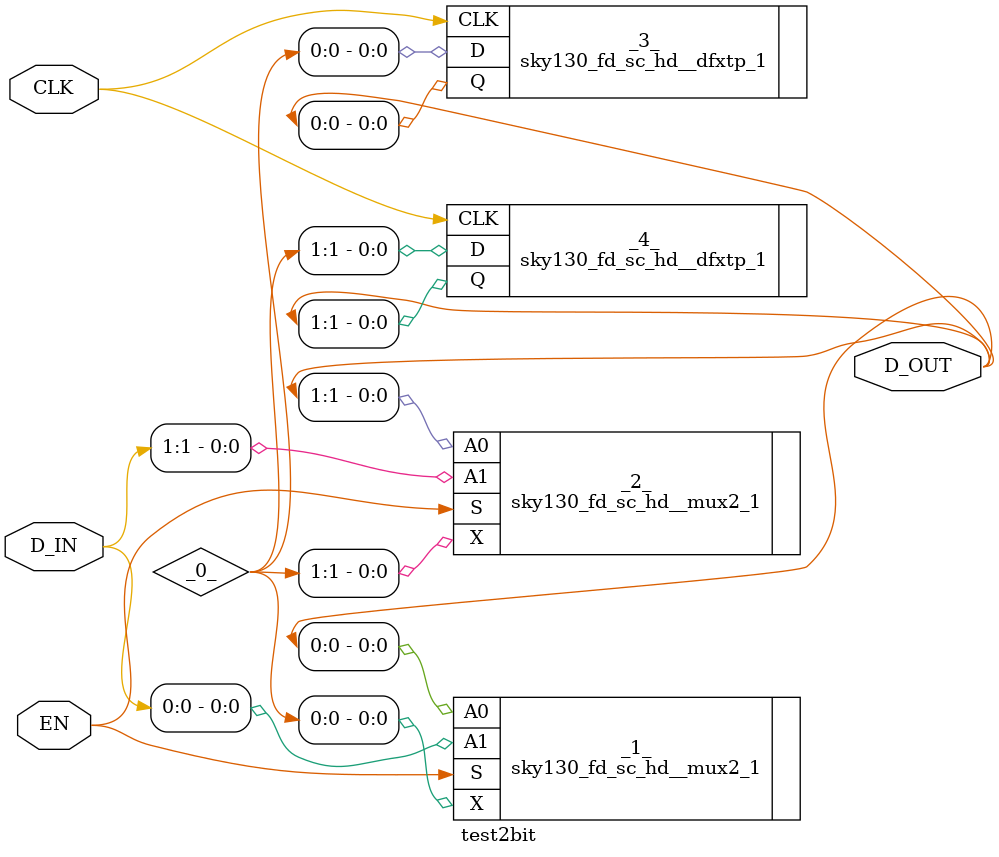
<source format=v>
/* Generated by Yosys 0.9 (git sha1 UNKNOWN, clang 9.0.0 -fPIC -Os) */

module test2bit(D_IN, CLK, EN, D_OUT);
  wire [1:0] _0_;
  input CLK;
  input [1:0] D_IN;
  output [1:0] D_OUT;
  input EN;
  sky130_fd_sc_hd__mux2_1 _1_ (
    .A0(D_OUT[0]),
    .A1(D_IN[0]),
    .S(EN),
    .X(_0_[0])
  );
  sky130_fd_sc_hd__mux2_1 _2_ (
    .A0(D_OUT[1]),
    .A1(D_IN[1]),
    .S(EN),
    .X(_0_[1])
  );
  sky130_fd_sc_hd__dfxtp_1 _3_ (
    .CLK(CLK),
    .D(_0_[0]),
    .Q(D_OUT[0])
  );
  sky130_fd_sc_hd__dfxtp_1 _4_ (
    .CLK(CLK),
    .D(_0_[1]),
    .Q(D_OUT[1])
  );
endmodule

</source>
